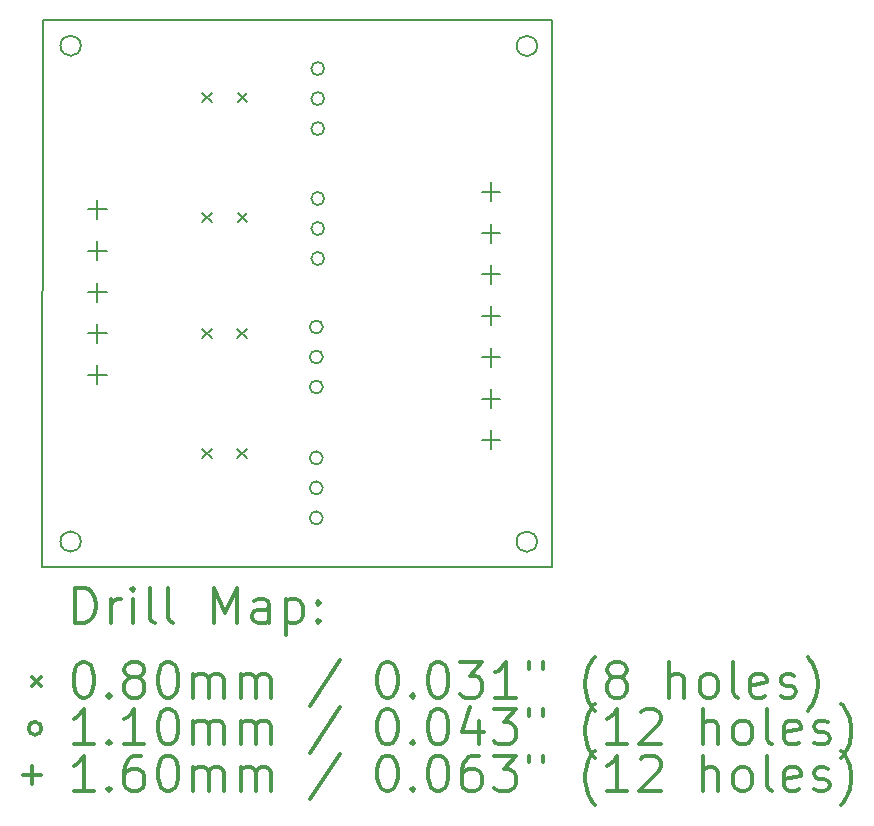
<source format=gbr>
%FSLAX45Y45*%
G04 Gerber Fmt 4.5, Leading zero omitted, Abs format (unit mm)*
G04 Created by KiCad (PCBNEW 5.1.9) date 2021-08-09 17:35:55*
%MOMM*%
%LPD*%
G01*
G04 APERTURE LIST*
%TA.AperFunction,Profile*%
%ADD10C,0.150000*%
%TD*%
%ADD11C,0.200000*%
%ADD12C,0.300000*%
G04 APERTURE END LIST*
D10*
X18278313Y-9899000D02*
G75*
G03*
X18278313Y-9899000I-86313J0D01*
G01*
X14415313Y-9898000D02*
G75*
G03*
X14415313Y-9898000I-86313J0D01*
G01*
X18279313Y-5702000D02*
G75*
G03*
X18279313Y-5702000I-86313J0D01*
G01*
X14416313Y-5700000D02*
G75*
G03*
X14416313Y-5700000I-86313J0D01*
G01*
X18406110Y-10115550D02*
X18403570Y-5483860D01*
X14094460Y-5483860D02*
X14090650Y-10115550D01*
X14090650Y-10115550D02*
X18406110Y-10115550D01*
X18403570Y-5483860D02*
X14094460Y-5483860D01*
D11*
X15445110Y-6096640D02*
X15525110Y-6176640D01*
X15525110Y-6096640D02*
X15445110Y-6176640D01*
X15445110Y-7112640D02*
X15525110Y-7192640D01*
X15525110Y-7112640D02*
X15445110Y-7192640D01*
X15445110Y-8095620D02*
X15525110Y-8175620D01*
X15525110Y-8095620D02*
X15445110Y-8175620D01*
X15445110Y-9111620D02*
X15525110Y-9191620D01*
X15525110Y-9111620D02*
X15445110Y-9191620D01*
X15741020Y-8095620D02*
X15821020Y-8175620D01*
X15821020Y-8095620D02*
X15741020Y-8175620D01*
X15741020Y-9111620D02*
X15821020Y-9191620D01*
X15821020Y-9111620D02*
X15741020Y-9191620D01*
X15747370Y-6097910D02*
X15827370Y-6177910D01*
X15827370Y-6097910D02*
X15747370Y-6177910D01*
X15747370Y-7113910D02*
X15827370Y-7193910D01*
X15827370Y-7113910D02*
X15747370Y-7193910D01*
X16464670Y-9189720D02*
G75*
G03*
X16464670Y-9189720I-55000J0D01*
G01*
X16464670Y-9443720D02*
G75*
G03*
X16464670Y-9443720I-55000J0D01*
G01*
X16464670Y-9697720D02*
G75*
G03*
X16464670Y-9697720I-55000J0D01*
G01*
X16465160Y-8081570D02*
G75*
G03*
X16465160Y-8081570I-55000J0D01*
G01*
X16465160Y-8335570D02*
G75*
G03*
X16465160Y-8335570I-55000J0D01*
G01*
X16465160Y-8589570D02*
G75*
G03*
X16465160Y-8589570I-55000J0D01*
G01*
X16477370Y-5894070D02*
G75*
G03*
X16477370Y-5894070I-55000J0D01*
G01*
X16477370Y-6148070D02*
G75*
G03*
X16477370Y-6148070I-55000J0D01*
G01*
X16477370Y-6402070D02*
G75*
G03*
X16477370Y-6402070I-55000J0D01*
G01*
X16477370Y-6993890D02*
G75*
G03*
X16477370Y-6993890I-55000J0D01*
G01*
X16477370Y-7247890D02*
G75*
G03*
X16477370Y-7247890I-55000J0D01*
G01*
X16477370Y-7501890D02*
G75*
G03*
X16477370Y-7501890I-55000J0D01*
G01*
X14556740Y-7006140D02*
X14556740Y-7166140D01*
X14476740Y-7086140D02*
X14636740Y-7086140D01*
X14556740Y-7356140D02*
X14556740Y-7516140D01*
X14476740Y-7436140D02*
X14636740Y-7436140D01*
X14556740Y-7706140D02*
X14556740Y-7866140D01*
X14476740Y-7786140D02*
X14636740Y-7786140D01*
X14556740Y-8056140D02*
X14556740Y-8216140D01*
X14476740Y-8136140D02*
X14636740Y-8136140D01*
X14556740Y-8406140D02*
X14556740Y-8566140D01*
X14476740Y-8486140D02*
X14636740Y-8486140D01*
X17889220Y-6857320D02*
X17889220Y-7017320D01*
X17809220Y-6937320D02*
X17969220Y-6937320D01*
X17889220Y-7207320D02*
X17889220Y-7367320D01*
X17809220Y-7287320D02*
X17969220Y-7287320D01*
X17889220Y-7557320D02*
X17889220Y-7717320D01*
X17809220Y-7637320D02*
X17969220Y-7637320D01*
X17889220Y-7907320D02*
X17889220Y-8067320D01*
X17809220Y-7987320D02*
X17969220Y-7987320D01*
X17889220Y-8257320D02*
X17889220Y-8417320D01*
X17809220Y-8337320D02*
X17969220Y-8337320D01*
X17889220Y-8607320D02*
X17889220Y-8767320D01*
X17809220Y-8687320D02*
X17969220Y-8687320D01*
X17889220Y-8957320D02*
X17889220Y-9117320D01*
X17809220Y-9037320D02*
X17969220Y-9037320D01*
D12*
X14369578Y-10588764D02*
X14369578Y-10288764D01*
X14441007Y-10288764D01*
X14483864Y-10303050D01*
X14512436Y-10331622D01*
X14526721Y-10360193D01*
X14541007Y-10417336D01*
X14541007Y-10460193D01*
X14526721Y-10517336D01*
X14512436Y-10545907D01*
X14483864Y-10574479D01*
X14441007Y-10588764D01*
X14369578Y-10588764D01*
X14669578Y-10588764D02*
X14669578Y-10388764D01*
X14669578Y-10445907D02*
X14683864Y-10417336D01*
X14698150Y-10403050D01*
X14726721Y-10388764D01*
X14755293Y-10388764D01*
X14855293Y-10588764D02*
X14855293Y-10388764D01*
X14855293Y-10288764D02*
X14841007Y-10303050D01*
X14855293Y-10317336D01*
X14869578Y-10303050D01*
X14855293Y-10288764D01*
X14855293Y-10317336D01*
X15041007Y-10588764D02*
X15012436Y-10574479D01*
X14998150Y-10545907D01*
X14998150Y-10288764D01*
X15198150Y-10588764D02*
X15169578Y-10574479D01*
X15155293Y-10545907D01*
X15155293Y-10288764D01*
X15541007Y-10588764D02*
X15541007Y-10288764D01*
X15641007Y-10503050D01*
X15741007Y-10288764D01*
X15741007Y-10588764D01*
X16012436Y-10588764D02*
X16012436Y-10431622D01*
X15998150Y-10403050D01*
X15969578Y-10388764D01*
X15912436Y-10388764D01*
X15883864Y-10403050D01*
X16012436Y-10574479D02*
X15983864Y-10588764D01*
X15912436Y-10588764D01*
X15883864Y-10574479D01*
X15869578Y-10545907D01*
X15869578Y-10517336D01*
X15883864Y-10488764D01*
X15912436Y-10474479D01*
X15983864Y-10474479D01*
X16012436Y-10460193D01*
X16155293Y-10388764D02*
X16155293Y-10688764D01*
X16155293Y-10403050D02*
X16183864Y-10388764D01*
X16241007Y-10388764D01*
X16269578Y-10403050D01*
X16283864Y-10417336D01*
X16298150Y-10445907D01*
X16298150Y-10531622D01*
X16283864Y-10560193D01*
X16269578Y-10574479D01*
X16241007Y-10588764D01*
X16183864Y-10588764D01*
X16155293Y-10574479D01*
X16426721Y-10560193D02*
X16441007Y-10574479D01*
X16426721Y-10588764D01*
X16412436Y-10574479D01*
X16426721Y-10560193D01*
X16426721Y-10588764D01*
X16426721Y-10403050D02*
X16441007Y-10417336D01*
X16426721Y-10431622D01*
X16412436Y-10417336D01*
X16426721Y-10403050D01*
X16426721Y-10431622D01*
X14003150Y-11043050D02*
X14083150Y-11123050D01*
X14083150Y-11043050D02*
X14003150Y-11123050D01*
X14426721Y-10918764D02*
X14455293Y-10918764D01*
X14483864Y-10933050D01*
X14498150Y-10947336D01*
X14512436Y-10975907D01*
X14526721Y-11033050D01*
X14526721Y-11104479D01*
X14512436Y-11161622D01*
X14498150Y-11190193D01*
X14483864Y-11204479D01*
X14455293Y-11218764D01*
X14426721Y-11218764D01*
X14398150Y-11204479D01*
X14383864Y-11190193D01*
X14369578Y-11161622D01*
X14355293Y-11104479D01*
X14355293Y-11033050D01*
X14369578Y-10975907D01*
X14383864Y-10947336D01*
X14398150Y-10933050D01*
X14426721Y-10918764D01*
X14655293Y-11190193D02*
X14669578Y-11204479D01*
X14655293Y-11218764D01*
X14641007Y-11204479D01*
X14655293Y-11190193D01*
X14655293Y-11218764D01*
X14841007Y-11047336D02*
X14812436Y-11033050D01*
X14798150Y-11018764D01*
X14783864Y-10990193D01*
X14783864Y-10975907D01*
X14798150Y-10947336D01*
X14812436Y-10933050D01*
X14841007Y-10918764D01*
X14898150Y-10918764D01*
X14926721Y-10933050D01*
X14941007Y-10947336D01*
X14955293Y-10975907D01*
X14955293Y-10990193D01*
X14941007Y-11018764D01*
X14926721Y-11033050D01*
X14898150Y-11047336D01*
X14841007Y-11047336D01*
X14812436Y-11061622D01*
X14798150Y-11075907D01*
X14783864Y-11104479D01*
X14783864Y-11161622D01*
X14798150Y-11190193D01*
X14812436Y-11204479D01*
X14841007Y-11218764D01*
X14898150Y-11218764D01*
X14926721Y-11204479D01*
X14941007Y-11190193D01*
X14955293Y-11161622D01*
X14955293Y-11104479D01*
X14941007Y-11075907D01*
X14926721Y-11061622D01*
X14898150Y-11047336D01*
X15141007Y-10918764D02*
X15169578Y-10918764D01*
X15198150Y-10933050D01*
X15212436Y-10947336D01*
X15226721Y-10975907D01*
X15241007Y-11033050D01*
X15241007Y-11104479D01*
X15226721Y-11161622D01*
X15212436Y-11190193D01*
X15198150Y-11204479D01*
X15169578Y-11218764D01*
X15141007Y-11218764D01*
X15112436Y-11204479D01*
X15098150Y-11190193D01*
X15083864Y-11161622D01*
X15069578Y-11104479D01*
X15069578Y-11033050D01*
X15083864Y-10975907D01*
X15098150Y-10947336D01*
X15112436Y-10933050D01*
X15141007Y-10918764D01*
X15369578Y-11218764D02*
X15369578Y-11018764D01*
X15369578Y-11047336D02*
X15383864Y-11033050D01*
X15412436Y-11018764D01*
X15455293Y-11018764D01*
X15483864Y-11033050D01*
X15498150Y-11061622D01*
X15498150Y-11218764D01*
X15498150Y-11061622D02*
X15512436Y-11033050D01*
X15541007Y-11018764D01*
X15583864Y-11018764D01*
X15612436Y-11033050D01*
X15626721Y-11061622D01*
X15626721Y-11218764D01*
X15769578Y-11218764D02*
X15769578Y-11018764D01*
X15769578Y-11047336D02*
X15783864Y-11033050D01*
X15812436Y-11018764D01*
X15855293Y-11018764D01*
X15883864Y-11033050D01*
X15898150Y-11061622D01*
X15898150Y-11218764D01*
X15898150Y-11061622D02*
X15912436Y-11033050D01*
X15941007Y-11018764D01*
X15983864Y-11018764D01*
X16012436Y-11033050D01*
X16026721Y-11061622D01*
X16026721Y-11218764D01*
X16612436Y-10904479D02*
X16355293Y-11290193D01*
X16998150Y-10918764D02*
X17026721Y-10918764D01*
X17055293Y-10933050D01*
X17069578Y-10947336D01*
X17083864Y-10975907D01*
X17098150Y-11033050D01*
X17098150Y-11104479D01*
X17083864Y-11161622D01*
X17069578Y-11190193D01*
X17055293Y-11204479D01*
X17026721Y-11218764D01*
X16998150Y-11218764D01*
X16969578Y-11204479D01*
X16955293Y-11190193D01*
X16941007Y-11161622D01*
X16926721Y-11104479D01*
X16926721Y-11033050D01*
X16941007Y-10975907D01*
X16955293Y-10947336D01*
X16969578Y-10933050D01*
X16998150Y-10918764D01*
X17226721Y-11190193D02*
X17241007Y-11204479D01*
X17226721Y-11218764D01*
X17212436Y-11204479D01*
X17226721Y-11190193D01*
X17226721Y-11218764D01*
X17426721Y-10918764D02*
X17455293Y-10918764D01*
X17483864Y-10933050D01*
X17498150Y-10947336D01*
X17512436Y-10975907D01*
X17526721Y-11033050D01*
X17526721Y-11104479D01*
X17512436Y-11161622D01*
X17498150Y-11190193D01*
X17483864Y-11204479D01*
X17455293Y-11218764D01*
X17426721Y-11218764D01*
X17398150Y-11204479D01*
X17383864Y-11190193D01*
X17369578Y-11161622D01*
X17355293Y-11104479D01*
X17355293Y-11033050D01*
X17369578Y-10975907D01*
X17383864Y-10947336D01*
X17398150Y-10933050D01*
X17426721Y-10918764D01*
X17626721Y-10918764D02*
X17812436Y-10918764D01*
X17712436Y-11033050D01*
X17755293Y-11033050D01*
X17783864Y-11047336D01*
X17798150Y-11061622D01*
X17812436Y-11090193D01*
X17812436Y-11161622D01*
X17798150Y-11190193D01*
X17783864Y-11204479D01*
X17755293Y-11218764D01*
X17669578Y-11218764D01*
X17641007Y-11204479D01*
X17626721Y-11190193D01*
X18098150Y-11218764D02*
X17926721Y-11218764D01*
X18012436Y-11218764D02*
X18012436Y-10918764D01*
X17983864Y-10961622D01*
X17955293Y-10990193D01*
X17926721Y-11004479D01*
X18212436Y-10918764D02*
X18212436Y-10975907D01*
X18326721Y-10918764D02*
X18326721Y-10975907D01*
X18769578Y-11333050D02*
X18755293Y-11318764D01*
X18726721Y-11275907D01*
X18712436Y-11247336D01*
X18698150Y-11204479D01*
X18683864Y-11133050D01*
X18683864Y-11075907D01*
X18698150Y-11004479D01*
X18712436Y-10961622D01*
X18726721Y-10933050D01*
X18755293Y-10890193D01*
X18769578Y-10875907D01*
X18926721Y-11047336D02*
X18898150Y-11033050D01*
X18883864Y-11018764D01*
X18869578Y-10990193D01*
X18869578Y-10975907D01*
X18883864Y-10947336D01*
X18898150Y-10933050D01*
X18926721Y-10918764D01*
X18983864Y-10918764D01*
X19012436Y-10933050D01*
X19026721Y-10947336D01*
X19041007Y-10975907D01*
X19041007Y-10990193D01*
X19026721Y-11018764D01*
X19012436Y-11033050D01*
X18983864Y-11047336D01*
X18926721Y-11047336D01*
X18898150Y-11061622D01*
X18883864Y-11075907D01*
X18869578Y-11104479D01*
X18869578Y-11161622D01*
X18883864Y-11190193D01*
X18898150Y-11204479D01*
X18926721Y-11218764D01*
X18983864Y-11218764D01*
X19012436Y-11204479D01*
X19026721Y-11190193D01*
X19041007Y-11161622D01*
X19041007Y-11104479D01*
X19026721Y-11075907D01*
X19012436Y-11061622D01*
X18983864Y-11047336D01*
X19398150Y-11218764D02*
X19398150Y-10918764D01*
X19526721Y-11218764D02*
X19526721Y-11061622D01*
X19512436Y-11033050D01*
X19483864Y-11018764D01*
X19441007Y-11018764D01*
X19412436Y-11033050D01*
X19398150Y-11047336D01*
X19712436Y-11218764D02*
X19683864Y-11204479D01*
X19669578Y-11190193D01*
X19655293Y-11161622D01*
X19655293Y-11075907D01*
X19669578Y-11047336D01*
X19683864Y-11033050D01*
X19712436Y-11018764D01*
X19755293Y-11018764D01*
X19783864Y-11033050D01*
X19798150Y-11047336D01*
X19812436Y-11075907D01*
X19812436Y-11161622D01*
X19798150Y-11190193D01*
X19783864Y-11204479D01*
X19755293Y-11218764D01*
X19712436Y-11218764D01*
X19983864Y-11218764D02*
X19955293Y-11204479D01*
X19941007Y-11175907D01*
X19941007Y-10918764D01*
X20212436Y-11204479D02*
X20183864Y-11218764D01*
X20126721Y-11218764D01*
X20098150Y-11204479D01*
X20083864Y-11175907D01*
X20083864Y-11061622D01*
X20098150Y-11033050D01*
X20126721Y-11018764D01*
X20183864Y-11018764D01*
X20212436Y-11033050D01*
X20226721Y-11061622D01*
X20226721Y-11090193D01*
X20083864Y-11118764D01*
X20341007Y-11204479D02*
X20369578Y-11218764D01*
X20426721Y-11218764D01*
X20455293Y-11204479D01*
X20469578Y-11175907D01*
X20469578Y-11161622D01*
X20455293Y-11133050D01*
X20426721Y-11118764D01*
X20383864Y-11118764D01*
X20355293Y-11104479D01*
X20341007Y-11075907D01*
X20341007Y-11061622D01*
X20355293Y-11033050D01*
X20383864Y-11018764D01*
X20426721Y-11018764D01*
X20455293Y-11033050D01*
X20569578Y-11333050D02*
X20583864Y-11318764D01*
X20612436Y-11275907D01*
X20626721Y-11247336D01*
X20641007Y-11204479D01*
X20655293Y-11133050D01*
X20655293Y-11075907D01*
X20641007Y-11004479D01*
X20626721Y-10961622D01*
X20612436Y-10933050D01*
X20583864Y-10890193D01*
X20569578Y-10875907D01*
X14083150Y-11479050D02*
G75*
G03*
X14083150Y-11479050I-55000J0D01*
G01*
X14526721Y-11614764D02*
X14355293Y-11614764D01*
X14441007Y-11614764D02*
X14441007Y-11314764D01*
X14412436Y-11357621D01*
X14383864Y-11386193D01*
X14355293Y-11400479D01*
X14655293Y-11586193D02*
X14669578Y-11600479D01*
X14655293Y-11614764D01*
X14641007Y-11600479D01*
X14655293Y-11586193D01*
X14655293Y-11614764D01*
X14955293Y-11614764D02*
X14783864Y-11614764D01*
X14869578Y-11614764D02*
X14869578Y-11314764D01*
X14841007Y-11357621D01*
X14812436Y-11386193D01*
X14783864Y-11400479D01*
X15141007Y-11314764D02*
X15169578Y-11314764D01*
X15198150Y-11329050D01*
X15212436Y-11343336D01*
X15226721Y-11371907D01*
X15241007Y-11429050D01*
X15241007Y-11500479D01*
X15226721Y-11557621D01*
X15212436Y-11586193D01*
X15198150Y-11600479D01*
X15169578Y-11614764D01*
X15141007Y-11614764D01*
X15112436Y-11600479D01*
X15098150Y-11586193D01*
X15083864Y-11557621D01*
X15069578Y-11500479D01*
X15069578Y-11429050D01*
X15083864Y-11371907D01*
X15098150Y-11343336D01*
X15112436Y-11329050D01*
X15141007Y-11314764D01*
X15369578Y-11614764D02*
X15369578Y-11414764D01*
X15369578Y-11443336D02*
X15383864Y-11429050D01*
X15412436Y-11414764D01*
X15455293Y-11414764D01*
X15483864Y-11429050D01*
X15498150Y-11457621D01*
X15498150Y-11614764D01*
X15498150Y-11457621D02*
X15512436Y-11429050D01*
X15541007Y-11414764D01*
X15583864Y-11414764D01*
X15612436Y-11429050D01*
X15626721Y-11457621D01*
X15626721Y-11614764D01*
X15769578Y-11614764D02*
X15769578Y-11414764D01*
X15769578Y-11443336D02*
X15783864Y-11429050D01*
X15812436Y-11414764D01*
X15855293Y-11414764D01*
X15883864Y-11429050D01*
X15898150Y-11457621D01*
X15898150Y-11614764D01*
X15898150Y-11457621D02*
X15912436Y-11429050D01*
X15941007Y-11414764D01*
X15983864Y-11414764D01*
X16012436Y-11429050D01*
X16026721Y-11457621D01*
X16026721Y-11614764D01*
X16612436Y-11300479D02*
X16355293Y-11686193D01*
X16998150Y-11314764D02*
X17026721Y-11314764D01*
X17055293Y-11329050D01*
X17069578Y-11343336D01*
X17083864Y-11371907D01*
X17098150Y-11429050D01*
X17098150Y-11500479D01*
X17083864Y-11557621D01*
X17069578Y-11586193D01*
X17055293Y-11600479D01*
X17026721Y-11614764D01*
X16998150Y-11614764D01*
X16969578Y-11600479D01*
X16955293Y-11586193D01*
X16941007Y-11557621D01*
X16926721Y-11500479D01*
X16926721Y-11429050D01*
X16941007Y-11371907D01*
X16955293Y-11343336D01*
X16969578Y-11329050D01*
X16998150Y-11314764D01*
X17226721Y-11586193D02*
X17241007Y-11600479D01*
X17226721Y-11614764D01*
X17212436Y-11600479D01*
X17226721Y-11586193D01*
X17226721Y-11614764D01*
X17426721Y-11314764D02*
X17455293Y-11314764D01*
X17483864Y-11329050D01*
X17498150Y-11343336D01*
X17512436Y-11371907D01*
X17526721Y-11429050D01*
X17526721Y-11500479D01*
X17512436Y-11557621D01*
X17498150Y-11586193D01*
X17483864Y-11600479D01*
X17455293Y-11614764D01*
X17426721Y-11614764D01*
X17398150Y-11600479D01*
X17383864Y-11586193D01*
X17369578Y-11557621D01*
X17355293Y-11500479D01*
X17355293Y-11429050D01*
X17369578Y-11371907D01*
X17383864Y-11343336D01*
X17398150Y-11329050D01*
X17426721Y-11314764D01*
X17783864Y-11414764D02*
X17783864Y-11614764D01*
X17712436Y-11300479D02*
X17641007Y-11514764D01*
X17826721Y-11514764D01*
X17912436Y-11314764D02*
X18098150Y-11314764D01*
X17998150Y-11429050D01*
X18041007Y-11429050D01*
X18069578Y-11443336D01*
X18083864Y-11457621D01*
X18098150Y-11486193D01*
X18098150Y-11557621D01*
X18083864Y-11586193D01*
X18069578Y-11600479D01*
X18041007Y-11614764D01*
X17955293Y-11614764D01*
X17926721Y-11600479D01*
X17912436Y-11586193D01*
X18212436Y-11314764D02*
X18212436Y-11371907D01*
X18326721Y-11314764D02*
X18326721Y-11371907D01*
X18769578Y-11729050D02*
X18755293Y-11714764D01*
X18726721Y-11671907D01*
X18712436Y-11643336D01*
X18698150Y-11600479D01*
X18683864Y-11529050D01*
X18683864Y-11471907D01*
X18698150Y-11400479D01*
X18712436Y-11357621D01*
X18726721Y-11329050D01*
X18755293Y-11286193D01*
X18769578Y-11271907D01*
X19041007Y-11614764D02*
X18869578Y-11614764D01*
X18955293Y-11614764D02*
X18955293Y-11314764D01*
X18926721Y-11357621D01*
X18898150Y-11386193D01*
X18869578Y-11400479D01*
X19155293Y-11343336D02*
X19169578Y-11329050D01*
X19198150Y-11314764D01*
X19269578Y-11314764D01*
X19298150Y-11329050D01*
X19312436Y-11343336D01*
X19326721Y-11371907D01*
X19326721Y-11400479D01*
X19312436Y-11443336D01*
X19141007Y-11614764D01*
X19326721Y-11614764D01*
X19683864Y-11614764D02*
X19683864Y-11314764D01*
X19812436Y-11614764D02*
X19812436Y-11457621D01*
X19798150Y-11429050D01*
X19769578Y-11414764D01*
X19726721Y-11414764D01*
X19698150Y-11429050D01*
X19683864Y-11443336D01*
X19998150Y-11614764D02*
X19969578Y-11600479D01*
X19955293Y-11586193D01*
X19941007Y-11557621D01*
X19941007Y-11471907D01*
X19955293Y-11443336D01*
X19969578Y-11429050D01*
X19998150Y-11414764D01*
X20041007Y-11414764D01*
X20069578Y-11429050D01*
X20083864Y-11443336D01*
X20098150Y-11471907D01*
X20098150Y-11557621D01*
X20083864Y-11586193D01*
X20069578Y-11600479D01*
X20041007Y-11614764D01*
X19998150Y-11614764D01*
X20269578Y-11614764D02*
X20241007Y-11600479D01*
X20226721Y-11571907D01*
X20226721Y-11314764D01*
X20498150Y-11600479D02*
X20469578Y-11614764D01*
X20412436Y-11614764D01*
X20383864Y-11600479D01*
X20369578Y-11571907D01*
X20369578Y-11457621D01*
X20383864Y-11429050D01*
X20412436Y-11414764D01*
X20469578Y-11414764D01*
X20498150Y-11429050D01*
X20512436Y-11457621D01*
X20512436Y-11486193D01*
X20369578Y-11514764D01*
X20626721Y-11600479D02*
X20655293Y-11614764D01*
X20712436Y-11614764D01*
X20741007Y-11600479D01*
X20755293Y-11571907D01*
X20755293Y-11557621D01*
X20741007Y-11529050D01*
X20712436Y-11514764D01*
X20669578Y-11514764D01*
X20641007Y-11500479D01*
X20626721Y-11471907D01*
X20626721Y-11457621D01*
X20641007Y-11429050D01*
X20669578Y-11414764D01*
X20712436Y-11414764D01*
X20741007Y-11429050D01*
X20855293Y-11729050D02*
X20869578Y-11714764D01*
X20898150Y-11671907D01*
X20912436Y-11643336D01*
X20926721Y-11600479D01*
X20941007Y-11529050D01*
X20941007Y-11471907D01*
X20926721Y-11400479D01*
X20912436Y-11357621D01*
X20898150Y-11329050D01*
X20869578Y-11286193D01*
X20855293Y-11271907D01*
X14003150Y-11795050D02*
X14003150Y-11955050D01*
X13923150Y-11875050D02*
X14083150Y-11875050D01*
X14526721Y-12010764D02*
X14355293Y-12010764D01*
X14441007Y-12010764D02*
X14441007Y-11710764D01*
X14412436Y-11753621D01*
X14383864Y-11782193D01*
X14355293Y-11796479D01*
X14655293Y-11982193D02*
X14669578Y-11996479D01*
X14655293Y-12010764D01*
X14641007Y-11996479D01*
X14655293Y-11982193D01*
X14655293Y-12010764D01*
X14926721Y-11710764D02*
X14869578Y-11710764D01*
X14841007Y-11725050D01*
X14826721Y-11739336D01*
X14798150Y-11782193D01*
X14783864Y-11839336D01*
X14783864Y-11953621D01*
X14798150Y-11982193D01*
X14812436Y-11996479D01*
X14841007Y-12010764D01*
X14898150Y-12010764D01*
X14926721Y-11996479D01*
X14941007Y-11982193D01*
X14955293Y-11953621D01*
X14955293Y-11882193D01*
X14941007Y-11853621D01*
X14926721Y-11839336D01*
X14898150Y-11825050D01*
X14841007Y-11825050D01*
X14812436Y-11839336D01*
X14798150Y-11853621D01*
X14783864Y-11882193D01*
X15141007Y-11710764D02*
X15169578Y-11710764D01*
X15198150Y-11725050D01*
X15212436Y-11739336D01*
X15226721Y-11767907D01*
X15241007Y-11825050D01*
X15241007Y-11896479D01*
X15226721Y-11953621D01*
X15212436Y-11982193D01*
X15198150Y-11996479D01*
X15169578Y-12010764D01*
X15141007Y-12010764D01*
X15112436Y-11996479D01*
X15098150Y-11982193D01*
X15083864Y-11953621D01*
X15069578Y-11896479D01*
X15069578Y-11825050D01*
X15083864Y-11767907D01*
X15098150Y-11739336D01*
X15112436Y-11725050D01*
X15141007Y-11710764D01*
X15369578Y-12010764D02*
X15369578Y-11810764D01*
X15369578Y-11839336D02*
X15383864Y-11825050D01*
X15412436Y-11810764D01*
X15455293Y-11810764D01*
X15483864Y-11825050D01*
X15498150Y-11853621D01*
X15498150Y-12010764D01*
X15498150Y-11853621D02*
X15512436Y-11825050D01*
X15541007Y-11810764D01*
X15583864Y-11810764D01*
X15612436Y-11825050D01*
X15626721Y-11853621D01*
X15626721Y-12010764D01*
X15769578Y-12010764D02*
X15769578Y-11810764D01*
X15769578Y-11839336D02*
X15783864Y-11825050D01*
X15812436Y-11810764D01*
X15855293Y-11810764D01*
X15883864Y-11825050D01*
X15898150Y-11853621D01*
X15898150Y-12010764D01*
X15898150Y-11853621D02*
X15912436Y-11825050D01*
X15941007Y-11810764D01*
X15983864Y-11810764D01*
X16012436Y-11825050D01*
X16026721Y-11853621D01*
X16026721Y-12010764D01*
X16612436Y-11696479D02*
X16355293Y-12082193D01*
X16998150Y-11710764D02*
X17026721Y-11710764D01*
X17055293Y-11725050D01*
X17069578Y-11739336D01*
X17083864Y-11767907D01*
X17098150Y-11825050D01*
X17098150Y-11896479D01*
X17083864Y-11953621D01*
X17069578Y-11982193D01*
X17055293Y-11996479D01*
X17026721Y-12010764D01*
X16998150Y-12010764D01*
X16969578Y-11996479D01*
X16955293Y-11982193D01*
X16941007Y-11953621D01*
X16926721Y-11896479D01*
X16926721Y-11825050D01*
X16941007Y-11767907D01*
X16955293Y-11739336D01*
X16969578Y-11725050D01*
X16998150Y-11710764D01*
X17226721Y-11982193D02*
X17241007Y-11996479D01*
X17226721Y-12010764D01*
X17212436Y-11996479D01*
X17226721Y-11982193D01*
X17226721Y-12010764D01*
X17426721Y-11710764D02*
X17455293Y-11710764D01*
X17483864Y-11725050D01*
X17498150Y-11739336D01*
X17512436Y-11767907D01*
X17526721Y-11825050D01*
X17526721Y-11896479D01*
X17512436Y-11953621D01*
X17498150Y-11982193D01*
X17483864Y-11996479D01*
X17455293Y-12010764D01*
X17426721Y-12010764D01*
X17398150Y-11996479D01*
X17383864Y-11982193D01*
X17369578Y-11953621D01*
X17355293Y-11896479D01*
X17355293Y-11825050D01*
X17369578Y-11767907D01*
X17383864Y-11739336D01*
X17398150Y-11725050D01*
X17426721Y-11710764D01*
X17783864Y-11710764D02*
X17726721Y-11710764D01*
X17698150Y-11725050D01*
X17683864Y-11739336D01*
X17655293Y-11782193D01*
X17641007Y-11839336D01*
X17641007Y-11953621D01*
X17655293Y-11982193D01*
X17669578Y-11996479D01*
X17698150Y-12010764D01*
X17755293Y-12010764D01*
X17783864Y-11996479D01*
X17798150Y-11982193D01*
X17812436Y-11953621D01*
X17812436Y-11882193D01*
X17798150Y-11853621D01*
X17783864Y-11839336D01*
X17755293Y-11825050D01*
X17698150Y-11825050D01*
X17669578Y-11839336D01*
X17655293Y-11853621D01*
X17641007Y-11882193D01*
X17912436Y-11710764D02*
X18098150Y-11710764D01*
X17998150Y-11825050D01*
X18041007Y-11825050D01*
X18069578Y-11839336D01*
X18083864Y-11853621D01*
X18098150Y-11882193D01*
X18098150Y-11953621D01*
X18083864Y-11982193D01*
X18069578Y-11996479D01*
X18041007Y-12010764D01*
X17955293Y-12010764D01*
X17926721Y-11996479D01*
X17912436Y-11982193D01*
X18212436Y-11710764D02*
X18212436Y-11767907D01*
X18326721Y-11710764D02*
X18326721Y-11767907D01*
X18769578Y-12125050D02*
X18755293Y-12110764D01*
X18726721Y-12067907D01*
X18712436Y-12039336D01*
X18698150Y-11996479D01*
X18683864Y-11925050D01*
X18683864Y-11867907D01*
X18698150Y-11796479D01*
X18712436Y-11753621D01*
X18726721Y-11725050D01*
X18755293Y-11682193D01*
X18769578Y-11667907D01*
X19041007Y-12010764D02*
X18869578Y-12010764D01*
X18955293Y-12010764D02*
X18955293Y-11710764D01*
X18926721Y-11753621D01*
X18898150Y-11782193D01*
X18869578Y-11796479D01*
X19155293Y-11739336D02*
X19169578Y-11725050D01*
X19198150Y-11710764D01*
X19269578Y-11710764D01*
X19298150Y-11725050D01*
X19312436Y-11739336D01*
X19326721Y-11767907D01*
X19326721Y-11796479D01*
X19312436Y-11839336D01*
X19141007Y-12010764D01*
X19326721Y-12010764D01*
X19683864Y-12010764D02*
X19683864Y-11710764D01*
X19812436Y-12010764D02*
X19812436Y-11853621D01*
X19798150Y-11825050D01*
X19769578Y-11810764D01*
X19726721Y-11810764D01*
X19698150Y-11825050D01*
X19683864Y-11839336D01*
X19998150Y-12010764D02*
X19969578Y-11996479D01*
X19955293Y-11982193D01*
X19941007Y-11953621D01*
X19941007Y-11867907D01*
X19955293Y-11839336D01*
X19969578Y-11825050D01*
X19998150Y-11810764D01*
X20041007Y-11810764D01*
X20069578Y-11825050D01*
X20083864Y-11839336D01*
X20098150Y-11867907D01*
X20098150Y-11953621D01*
X20083864Y-11982193D01*
X20069578Y-11996479D01*
X20041007Y-12010764D01*
X19998150Y-12010764D01*
X20269578Y-12010764D02*
X20241007Y-11996479D01*
X20226721Y-11967907D01*
X20226721Y-11710764D01*
X20498150Y-11996479D02*
X20469578Y-12010764D01*
X20412436Y-12010764D01*
X20383864Y-11996479D01*
X20369578Y-11967907D01*
X20369578Y-11853621D01*
X20383864Y-11825050D01*
X20412436Y-11810764D01*
X20469578Y-11810764D01*
X20498150Y-11825050D01*
X20512436Y-11853621D01*
X20512436Y-11882193D01*
X20369578Y-11910764D01*
X20626721Y-11996479D02*
X20655293Y-12010764D01*
X20712436Y-12010764D01*
X20741007Y-11996479D01*
X20755293Y-11967907D01*
X20755293Y-11953621D01*
X20741007Y-11925050D01*
X20712436Y-11910764D01*
X20669578Y-11910764D01*
X20641007Y-11896479D01*
X20626721Y-11867907D01*
X20626721Y-11853621D01*
X20641007Y-11825050D01*
X20669578Y-11810764D01*
X20712436Y-11810764D01*
X20741007Y-11825050D01*
X20855293Y-12125050D02*
X20869578Y-12110764D01*
X20898150Y-12067907D01*
X20912436Y-12039336D01*
X20926721Y-11996479D01*
X20941007Y-11925050D01*
X20941007Y-11867907D01*
X20926721Y-11796479D01*
X20912436Y-11753621D01*
X20898150Y-11725050D01*
X20869578Y-11682193D01*
X20855293Y-11667907D01*
M02*

</source>
